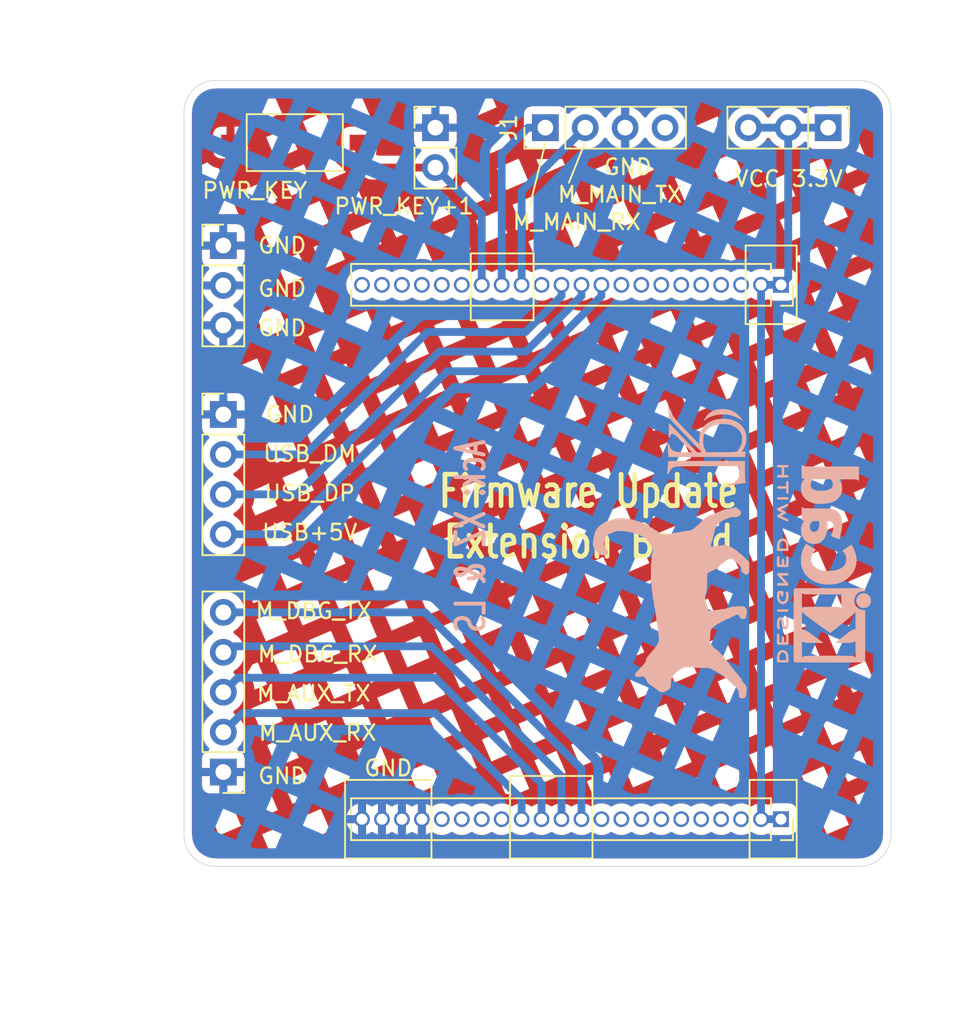
<source format=kicad_pcb>
(kicad_pcb (version 20191123) (host pcbnew "5.99.0-unknown-a5c7d45~86~ubuntu18.04.1")
  (layers (0 "F.Cu" signal) (31 "B.Cu" signal) (34 "B.Paste" user) (35 "F.Paste" user) (36 "B.SilkS" user) (37 "F.SilkS" user) (38 "B.Mask" user) (39 "F.Mask" user) (44 "Edge.Cuts" user))
  (net 0 "")
  (net 1 "GND")
  (net 2 "/M_MAIN_UART_Tx")
  (net 3 "/M_MAIN_UART_Rx")
  (net 4 "/GPIO_L4")
  (net 5 "/GPIO_L3")
  (net 6 "/M_AP_READY")
  (net 7 "/M_VDD_OUT")
  (net 8 "/PSM_EINT")
  (net 9 "/M_RESET")
  (net 10 "/M_PWRKEY")
  (net 11 "/M_ADC")
  (net 12 "/M_USB_DM")
  (net 13 "/M_USB_DP")
  (net 14 "/M_USB_VBUS")
  (net 15 "/GPIO_L2")
  (net 16 "/B_SPI_CS-I2S_CS")
  (net 17 "/B_SPI_CLK-I2S_CLK")
  (net 18 "/B_SPI_MOSI-I2S_WA")
  (net 19 "/B_SPI_MISO-I2S_RXD")
  (net 20 "/PSM_IND")
  (net 21 "/GPIO_L1")
  (net 22 "+3V3")
  (net 23 "/GPIO_R3")
  (net 24 "/GPIO_R2")
  (net 25 "/M_RI")
  (net 26 "/M_NET_LED")
  (net 27 "/M_AUX_UART_Rx")
  (net 28 "/M_AUX_UART_Tx")
  (net 29 "/M_DBG_UART_Rx")
  (net 30 "/M_DBG_UART_TX")
  (net 31 "/M_SCL")
  (net 32 "/M_SDA")
  (net 33 "/GPIO_R1")
  (net 34 "/SIM_GND")
  (net 35 "/SIM_CLK")
  (net 36 "/SIM_IO")
  (net 37 "/SIM_RST")
  (net 38 "/V_SIM")
  (module "Connector_PinHeader_2.54mm:PinHeader_1x04_P2.54mm_Vertical" (layer "F.Cu") (at 102.5 116.25)
    (fp_text reference "J8" hide)
    (fp_text value "USB_CONN")
    (pad "4" thru_hole oval (at 0 7.62) (size 1.7 1.7) (drill 1) (layers *.Cu *.Mask) (net 14 "/M_USB_VBUS"))
    (pad "3" thru_hole oval (at 0 5.08) (size 1.7 1.7) (drill 1) (layers *.Cu *.Mask) (net 13 "/M_USB_DP"))
    (pad "2" thru_hole oval (at 0 2.54) (size 1.7 1.7) (drill 1) (layers *.Cu *.Mask) (net 12 "/M_USB_DM"))
    (pad "1" thru_hole rect (at 0 0) (size 1.7 1.7) (drill 1) (layers *.Cu *.Mask) (net 1 "GND"))
  )
  (module "Connector_PinHeader_2.54mm:PinHeader_1x04_P2.54mm_Vertical" (layer "F.Cu") (at 123 98 90)
    (fp_text reference "J1" (at 0 -2.33 90) (layer "F.SilkS"))
    (fp_text value "MAIN_UART_CONN")
    (pad "4" thru_hole oval (at 0 7.62 90) (size 1.7 1.7) (drill 1) (layers *.Cu *.Mask))
    (pad "3" thru_hole oval (at 0 5.08 90) (size 1.7 1.7) (drill 1) (layers *.Cu *.Mask) (net 1 "GND"))
    (pad "2" thru_hole oval (at 0 2.54 90) (size 1.7 1.7) (drill 1) (layers *.Cu *.Mask) (net 2 "/M_MAIN_UART_Tx"))
    (pad "1" thru_hole rect (at 0 0 90) (size 1.7 1.7) (drill 1) (layers *.Cu *.Mask) (net 3 "/M_MAIN_UART_Rx"))
  )
  (module "LTD_Customized:DY-Logo" (layer "B.Cu") (at 133.25 118.25 -90)
    (fp_text reference "G***" hide)
    (fp_text value "LOGO" hide)
  )
  (module "Symbol:KiCad-Logo2_5mm_SilkScreen" (layer "B.Cu") (at 140.75 125.75 90)
    (fp_text reference "REF**" hide)
    (fp_text value "KiCad-Logo2_5mm_SilkScreen" hide)
  )
  (module "LTD_Customized:Cat-Logo" (layer "B.Cu") (at 131 128.25 -90)
    (fp_text reference "G***" hide)
    (fp_text value "LOGO" hide)
  )
  (module "LTD_Customized:SMD_Switch" (layer "F.Cu") (at 107 99)
    (fp_text reference "SW1" hide)
    (fp_text value "PWR_KEY_TO_GND_BTN" hide)
    (pad "2" smd rect (at 4.14 -0.05) (size 1.2 1) (layers "F.Cu" "F.Paste" "F.Mask") (net 10 "/M_PWRKEY"))
    (pad "1" smd rect (at -4.04 -0.05) (size 1.2 1) (layers "F.Cu" "F.Paste" "F.Mask") (net 1 "GND"))
  )
  (module "Connector_PinHeader_2.54mm:PinHeader_1x05_P2.54mm_Vertical" (layer "F.Cu") (at 102.5 139 180)
    (fp_text reference "J7" hide)
    (fp_text value "DBG_UART_CONN")
    (pad "5" thru_hole oval (at 0 10.16 180) (size 1.7 1.7) (drill 1) (layers *.Cu *.Mask) (net 30 "/M_DBG_UART_TX"))
    (pad "4" thru_hole oval (at 0 7.62 180) (size 1.7 1.7) (drill 1) (layers *.Cu *.Mask) (net 29 "/M_DBG_UART_Rx"))
    (pad "3" thru_hole oval (at 0 5.08 180) (size 1.7 1.7) (drill 1) (layers *.Cu *.Mask) (net 28 "/M_AUX_UART_Tx"))
    (pad "2" thru_hole oval (at 0 2.54 180) (size 1.7 1.7) (drill 1) (layers *.Cu *.Mask) (net 27 "/M_AUX_UART_Rx"))
    (pad "1" thru_hole rect (at 0 0 180) (size 1.7 1.7) (drill 1) (layers *.Cu *.Mask) (net 1 "GND"))
  )
  (module "Connector_PinHeader_2.54mm:PinHeader_1x03_P2.54mm_Vertical" (layer "F.Cu") (at 102.5 105.5)
    (fp_text reference "J6" hide)
    (fp_text value "GND_CONN")
    (pad "3" thru_hole oval (at 0 5.08) (size 1.7 1.7) (drill 1) (layers *.Cu *.Mask) (net 1 "GND"))
    (pad "2" thru_hole oval (at 0 2.54) (size 1.7 1.7) (drill 1) (layers *.Cu *.Mask) (net 1 "GND"))
    (pad "1" thru_hole rect (at 0 0) (size 1.7 1.7) (drill 1) (layers *.Cu *.Mask) (net 1 "GND"))
  )
  (module "Connector_PinHeader_2.54mm:PinHeader_1x03_P2.54mm_Vertical" (layer "F.Cu") (at 141 98 -90)
    (fp_text reference "J5" hide)
    (fp_text value "VCC_CONN")
    (pad "3" thru_hole oval (at 0 5.08 270) (size 1.7 1.7) (drill 1) (layers *.Cu *.Mask) (net 22 "+3V3"))
    (pad "2" thru_hole oval (at 0 2.54 270) (size 1.7 1.7) (drill 1) (layers *.Cu *.Mask) (net 22 "+3V3"))
    (pad "1" thru_hole rect (at 0 0 270) (size 1.7 1.7) (drill 1) (layers *.Cu *.Mask) (net 22 "+3V3"))
  )
  (module "Connector_PinHeader_2.54mm:PinHeader_1x02_P2.54mm_Vertical" (layer "F.Cu") (at 116 98)
    (fp_text reference "J4" hide)
    (fp_text value "PWR_KEY_TO_GND_CONN")
    (pad "2" thru_hole oval (at 0 2.54) (size 1.7 1.7) (drill 1) (layers *.Cu *.Mask) (net 10 "/M_PWRKEY"))
    (pad "1" thru_hole rect (at 0 0) (size 1.7 1.7) (drill 1) (layers *.Cu *.Mask) (net 1 "GND"))
  )
  (module "Connector_PinSocket_1.27mm:PinSocket_1x22_P1.27mm_Vertical" (layer "F.Cu") (at 138 142 -90)
    (fp_text reference "J3" hide)
    (fp_text value "Right_Conn")
    (pad "22" thru_hole oval (at 0 26.67 270) (size 1 1) (drill 0.7) (layers *.Cu *.Mask) (net 1 "GND"))
    (pad "21" thru_hole oval (at 0 25.4 270) (size 1 1) (drill 0.7) (layers *.Cu *.Mask) (net 1 "GND"))
    (pad "20" thru_hole oval (at 0 24.13 270) (size 1 1) (drill 0.7) (layers *.Cu *.Mask) (net 1 "GND"))
    (pad "19" thru_hole oval (at 0 22.86 270) (size 1 1) (drill 0.7) (layers *.Cu *.Mask) (net 1 "GND"))
    (pad "18" thru_hole oval (at 0 21.59 270) (size 1 1) (drill 0.7) (layers *.Cu *.Mask) (net 23 "/GPIO_R3"))
    (pad "17" thru_hole oval (at 0 20.32 270) (size 1 1) (drill 0.7) (layers *.Cu *.Mask) (net 24 "/GPIO_R2"))
    (pad "16" thru_hole oval (at 0 19.05 270) (size 1 1) (drill 0.7) (layers *.Cu *.Mask) (net 25 "/M_RI"))
    (pad "15" thru_hole oval (at 0 17.78 270) (size 1 1) (drill 0.7) (layers *.Cu *.Mask) (net 26 "/M_NET_LED"))
    (pad "14" thru_hole oval (at 0 16.51 270) (size 1 1) (drill 0.7) (layers *.Cu *.Mask) (net 27 "/M_AUX_UART_Rx"))
    (pad "13" thru_hole oval (at 0 15.24 270) (size 1 1) (drill 0.7) (layers *.Cu *.Mask) (net 28 "/M_AUX_UART_Tx"))
    (pad "12" thru_hole oval (at 0 13.97 270) (size 1 1) (drill 0.7) (layers *.Cu *.Mask) (net 29 "/M_DBG_UART_Rx"))
    (pad "11" thru_hole oval (at 0 12.7 270) (size 1 1) (drill 0.7) (layers *.Cu *.Mask) (net 30 "/M_DBG_UART_TX"))
    (pad "10" thru_hole oval (at 0 11.43 270) (size 1 1) (drill 0.7) (layers *.Cu *.Mask) (net 31 "/M_SCL"))
    (pad "9" thru_hole oval (at 0 10.16 270) (size 1 1) (drill 0.7) (layers *.Cu *.Mask) (net 32 "/M_SDA"))
    (pad "8" thru_hole oval (at 0 8.89 270) (size 1 1) (drill 0.7) (layers *.Cu *.Mask) (net 33 "/GPIO_R1"))
    (pad "7" thru_hole oval (at 0 7.62 270) (size 1 1) (drill 0.7) (layers *.Cu *.Mask) (net 34 "/SIM_GND"))
    (pad "6" thru_hole oval (at 0 6.35 270) (size 1 1) (drill 0.7) (layers *.Cu *.Mask) (net 35 "/SIM_CLK"))
    (pad "5" thru_hole oval (at 0 5.08 270) (size 1 1) (drill 0.7) (layers *.Cu *.Mask) (net 36 "/SIM_IO"))
    (pad "4" thru_hole oval (at 0 3.81 270) (size 1 1) (drill 0.7) (layers *.Cu *.Mask) (net 37 "/SIM_RST"))
    (pad "3" thru_hole oval (at 0 2.54 270) (size 1 1) (drill 0.7) (layers *.Cu *.Mask) (net 38 "/V_SIM"))
    (pad "2" thru_hole oval (at 0 1.27 270) (size 1 1) (drill 0.7) (layers *.Cu *.Mask) (net 22 "+3V3"))
    (pad "1" thru_hole rect (at 0 0 270) (size 1 1) (drill 0.7) (layers *.Cu *.Mask) (net 22 "+3V3"))
  )
  (module "Connector_PinSocket_1.27mm:PinSocket_1x22_P1.27mm_Vertical" (layer "F.Cu") (at 138 108 -90)
    (fp_text reference "J2" hide)
    (fp_text value "Left_Conn")
    (pad "22" thru_hole oval (at 0 26.67 270) (size 1 1) (drill 0.7) (layers *.Cu *.Mask) (net 4 "/GPIO_L4"))
    (pad "21" thru_hole oval (at 0 25.4 270) (size 1 1) (drill 0.7) (layers *.Cu *.Mask) (net 5 "/GPIO_L3"))
    (pad "20" thru_hole oval (at 0 24.13 270) (size 1 1) (drill 0.7) (layers *.Cu *.Mask) (net 6 "/M_AP_READY"))
    (pad "19" thru_hole oval (at 0 22.86 270) (size 1 1) (drill 0.7) (layers *.Cu *.Mask) (net 7 "/M_VDD_OUT"))
    (pad "18" thru_hole oval (at 0 21.59 270) (size 1 1) (drill 0.7) (layers *.Cu *.Mask) (net 8 "/PSM_EINT"))
    (pad "17" thru_hole oval (at 0 20.32 270) (size 1 1) (drill 0.7) (layers *.Cu *.Mask) (net 9 "/M_RESET"))
    (pad "16" thru_hole oval (at 0 19.05 270) (size 1 1) (drill 0.7) (layers *.Cu *.Mask) (net 10 "/M_PWRKEY"))
    (pad "15" thru_hole oval (at 0 17.78 270) (size 1 1) (drill 0.7) (layers *.Cu *.Mask) (net 3 "/M_MAIN_UART_Rx"))
    (pad "14" thru_hole oval (at 0 16.51 270) (size 1 1) (drill 0.7) (layers *.Cu *.Mask) (net 2 "/M_MAIN_UART_Tx"))
    (pad "13" thru_hole oval (at 0 15.24 270) (size 1 1) (drill 0.7) (layers *.Cu *.Mask) (net 11 "/M_ADC"))
    (pad "12" thru_hole oval (at 0 13.97 270) (size 1 1) (drill 0.7) (layers *.Cu *.Mask) (net 12 "/M_USB_DM"))
    (pad "11" thru_hole oval (at 0 12.7 270) (size 1 1) (drill 0.7) (layers *.Cu *.Mask) (net 13 "/M_USB_DP"))
    (pad "10" thru_hole oval (at 0 11.43 270) (size 1 1) (drill 0.7) (layers *.Cu *.Mask) (net 14 "/M_USB_VBUS"))
    (pad "9" thru_hole oval (at 0 10.16 270) (size 1 1) (drill 0.7) (layers *.Cu *.Mask) (net 15 "/GPIO_L2"))
    (pad "8" thru_hole oval (at 0 8.89 270) (size 1 1) (drill 0.7) (layers *.Cu *.Mask) (net 16 "/B_SPI_CS-I2S_CS"))
    (pad "7" thru_hole oval (at 0 7.62 270) (size 1 1) (drill 0.7) (layers *.Cu *.Mask) (net 17 "/B_SPI_CLK-I2S_CLK"))
    (pad "6" thru_hole oval (at 0 6.35 270) (size 1 1) (drill 0.7) (layers *.Cu *.Mask) (net 18 "/B_SPI_MOSI-I2S_WA"))
    (pad "5" thru_hole oval (at 0 5.08 270) (size 1 1) (drill 0.7) (layers *.Cu *.Mask) (net 19 "/B_SPI_MISO-I2S_RXD"))
    (pad "4" thru_hole oval (at 0 3.81 270) (size 1 1) (drill 0.7) (layers *.Cu *.Mask) (net 20 "/PSM_IND"))
    (pad "3" thru_hole oval (at 0 2.54 270) (size 1 1) (drill 0.7) (layers *.Cu *.Mask) (net 21 "/GPIO_L1"))
    (pad "2" thru_hole oval (at 0 1.27 270) (size 1 1) (drill 0.7) (layers *.Cu *.Mask) (net 22 "+3V3"))
    (pad "1" thru_hole rect (at 0 0 270) (size 1 1) (drill 0.7) (layers *.Cu *.Mask) (net 22 "+3V3"))
  )
  (gr_text "GND" (at 106.75 116.25) (layer "F.SilkS") (effects (font (size 1 1))))
  (gr_text "USB_DM" (at 108 118.75) (layer "F.SilkS") (effects (font (size 1 1))))
  (gr_text "USB_DP" (at 108 121.25) (layer "F.SilkS") (effects (font (size 1 1))))
  (gr_text "USB+5V" (at 108 123.75) (layer "F.SilkS") (effects (font (size 1 1))))
  (gr_text "Ack: XZ & LS\n" (at 118.25 124 90) (layer "B.SilkS") (effects (font (size 1.8 1.2) (thickness 0.25)) (justify mirror)))
  (gr_line (start 125.5 99) (end 124.5 101.5) (layer "F.SilkS") (width 0.12))
  (gr_line (start 123 99) (end 122 103) (layer "F.SilkS") (width 0.12))
  (gr_text "M_AUX_RX" (at 108.5 136.5) (layer "F.SilkS") (effects (font (size 1 1))))
  (gr_text "M_AUX_TX" (at 108.25 134) (layer "F.SilkS") (effects (font (size 1 1))))
  (gr_text "M_DBG_RX" (at 108.5 131.5) (layer "F.SilkS") (effects (font (size 1 1))))
  (gr_line (start 115.75 139.5) (end 110.25 139.5) (layer "F.SilkS") (width 0.12))
  (gr_line (start 115.75 144.5) (end 115.75 139.5) (layer "F.SilkS") (width 0.12))
  (gr_line (start 110.25 144.5) (end 115.75 144.5) (layer "F.SilkS") (width 0.12))
  (gr_line (start 110.25 139.5) (end 110.25 144.5) (layer "F.SilkS") (width 0.12))
  (gr_line (start 126 139.25) (end 120.75 139.25) (layer "F.SilkS") (width 0.12))
  (gr_line (start 126 144.5) (end 126 139.25) (layer "F.SilkS") (width 0.12))
  (gr_line (start 120.75 144.5) (end 126 144.5) (layer "F.SilkS") (width 0.12))
  (gr_line (start 120.75 139.25) (end 120.75 144.5) (layer "F.SilkS") (width 0.12))
  (gr_line (start 139 139.5) (end 136 139.5) (layer "F.SilkS") (width 0.12))
  (gr_line (start 139 144.5) (end 139 139.5) (layer "F.SilkS") (width 0.12))
  (gr_line (start 136 144.5) (end 139 144.5) (layer "F.SilkS") (width 0.12))
  (gr_line (start 136 139.5) (end 136 144.5) (layer "F.SilkS") (width 0.12))
  (gr_line (start 139 110.5) (end 139 105.5) (layer "F.SilkS") (width 0.12))
  (gr_line (start 135.75 110.5) (end 139 110.5) (layer "F.SilkS") (width 0.12))
  (gr_line (start 135.75 105.5) (end 135.75 110.5) (layer "F.SilkS") (width 0.12))
  (gr_line (start 139 105.5) (end 135.75 105.5) (layer "F.SilkS") (width 0.12))
  (gr_line (start 122.25 106) (end 118.25 106) (layer "F.SilkS") (width 0.12))
  (gr_line (start 122.25 110.25) (end 122.25 106) (layer "F.SilkS") (width 0.12))
  (gr_line (start 118.25 110.25) (end 122.25 110.25) (layer "F.SilkS") (width 0.12))
  (gr_line (start 118.25 106) (end 118.25 110.25) (layer "F.SilkS") (width 0.12))
  (gr_text "GND" (at 113 138.75) (layer "F.SilkS") (effects (font (size 1 1))))
  (gr_text "GND" (at 106.25 139.25) (layer "F.SilkS") (effects (font (size 1 1))))
  (gr_text "GND" (at 106.25 110.75) (layer "F.SilkS") (effects (font (size 1 1))))
  (gr_text "GND" (at 106.25 105.5) (layer "F.SilkS") (effects (font (size 1 1))))
  (gr_text "GND" (at 106.25 108.25) (layer "F.SilkS") (effects (font (size 1 1))))
  (gr_text "M_DBG_TX" (at 108.25 128.75) (layer "F.SilkS") (effects (font (size 1 1))))
  (gr_text "VCC 3.3V" (at 138.5 101.25) (layer "F.SilkS") (effects (font (size 1 1))))
  (gr_text "PWR_KEY+1" (at 114 103) (layer "F.SilkS") (effects (font (size 1 1))))
  (gr_text "PWR_KEY" (at 104.5 102) (layer "F.SilkS") (effects (font (size 1 1))))
  (gr_text "GND" (at 128.25 100.5) (layer "F.SilkS") (effects (font (size 1 1))))
  (gr_text "M_MAIN_TX" (at 127.75 102.25) (layer "F.SilkS") (effects (font (size 1 1))))
  (gr_text "M_MAIN_RX" (at 125 104) (layer "F.SilkS") (effects (font (size 1 1))))
  (gr_arc (start 143 97) (end 145 97) (angle -90) (layer "Edge.Cuts") (width 0.05))
  (gr_arc (start 143 143) (end 143 145) (angle -90) (layer "Edge.Cuts") (width 0.05))
  (gr_arc (start 102 143) (end 100 143) (angle -90) (layer "Edge.Cuts") (width 0.05))
  (gr_arc (start 102 97) (end 102 95) (angle -90) (layer "Edge.Cuts") (width 0.05))
  (gr_line (start 143 95) (end 102 95) (layer "Edge.Cuts") (width 0.05))
  (gr_line (start 145 143) (end 145 97) (layer "Edge.Cuts") (width 0.05))
  (gr_line (start 102 145) (end 143 145) (layer "Edge.Cuts") (width 0.05))
  (gr_line (start 100 97) (end 100 143) (layer "Edge.Cuts") (width 0.05))
  (gr_text "Firmware Update\nExtension Board" (at 125.75 122.75) (layer "F.SilkS") (effects (font (size 2 1.5) (thickness 0.3))))
  (segment (start 121.49 140.74) (end 116 135.25) (width 0.5) (layer "B.Cu") (net 27))
  (segment (start 116 135.25) (end 103.71 135.25) (width 0.5) (layer "B.Cu") (net 27))
  (segment (start 121.49 142) (end 121.49 140.74) (width 0.5) (layer "B.Cu") (net 27))
  (segment (start 103.71 135.25) (end 102.5 136.46) (width 0.5) (layer "B.Cu") (net 27))
  (segment (start 102.5 136.46) (end 102.75 136.46) (width 0.5) (layer "B.Cu") (net 27))
  (segment (start 122.76 139.76) (end 116 133) (width 0.5) (layer "B.Cu") (net 28))
  (segment (start 103.42 133) (end 102.5 133.92) (width 0.5) (layer "B.Cu") (net 28))
  (segment (start 122.76 142) (end 122.76 139.76) (width 0.5) (layer "B.Cu") (net 28))
  (segment (start 116 133) (end 103.42 133) (width 0.5) (layer "B.Cu") (net 28))
  (segment (start 102.5 133.92) (end 102.75 133.92) (width 0.5) (layer "B.Cu") (net 28))
  (segment (start 124.03 139.28) (end 115.75 131) (width 0.5) (layer "B.Cu") (net 29))
  (segment (start 124.03 142) (end 124.03 139.28) (width 0.5) (layer "B.Cu") (net 29))
  (segment (start 115.75 131) (end 102.88 131) (width 0.5) (layer "B.Cu") (net 29))
  (segment (start 102.88 131) (end 102.5 131.38) (width 0.5) (layer "B.Cu") (net 29))
  (segment (start 102.5 131.38) (end 102.75 131.38) (width 0.5) (layer "B.Cu") (net 29))
  (segment (start 115.34 128.84) (end 125.3 138.8) (width 0.5) (layer "B.Cu") (net 30))
  (segment (start 102.5 128.84) (end 115.34 128.84) (width 0.5) (layer "B.Cu") (net 30))
  (segment (start 125.3 138.8) (end 125.3 142) (width 0.5) (layer "B.Cu") (net 30))
  (segment (start 106.38 123.87) (end 116.75 113.5) (width 0.5) (layer "B.Cu") (net 14))
  (segment (start 102.5 123.87) (end 106.38 123.87) (width 0.5) (layer "B.Cu") (net 14))
  (segment (start 116.75 113.5) (end 121.777106 113.5) (width 0.5) (layer "B.Cu") (net 14))
  (segment (start 121.777106 113.5) (end 126.57 108.707106) (width 0.5) (layer "B.Cu") (net 14))
  (segment (start 126.57 108.707106) (end 126.57 108) (width 0.5) (layer "B.Cu") (net 14))
  (segment (start 125.3 108.707106) (end 121.757106 112.25) (width 0.5) (layer "B.Cu") (net 13))
  (segment (start 121.757106 112.25) (end 116.25 112.25) (width 0.5) (layer "B.Cu") (net 13))
  (segment (start 125.3 108) (end 125.3 108.707106) (width 0.5) (layer "B.Cu") (net 13))
  (segment (start 116.25 112.25) (end 107.17 121.33) (width 0.5) (layer "B.Cu") (net 13))
  (segment (start 107.17 121.33) (end 102.5 121.33) (width 0.5) (layer "B.Cu") (net 13))
  (segment (start 107.71 118.79) (end 115.5 111) (width 0.5) (layer "B.Cu") (net 12))
  (segment (start 102.5 118.79) (end 107.71 118.79) (width 0.5) (layer "B.Cu") (net 12))
  (segment (start 121.737106 111) (end 124.03 108.707106) (width 0.5) (layer "B.Cu") (net 12))
  (segment (start 115.5 111) (end 121.737106 111) (width 0.5) (layer "B.Cu") (net 12))
  (segment (start 124.03 108.707106) (end 124.03 108) (width 0.5) (layer "B.Cu") (net 12))
  (segment (start 135.92 98) (end 138.46 98) (width 0.5) (layer "B.Cu") (net 22))
  (segment (start 141 98) (end 138.46 98) (width 0.5) (layer "B.Cu") (net 22))
  (segment (start 138.46 107.54) (end 138 108) (width 0.5) (layer "B.Cu") (net 22))
  (segment (start 138.46 98) (end 138.46 107.54) (width 0.5) (layer "B.Cu") (net 22))
  (segment (start 118.95 103.49) (end 116 100.54) (width 0.5) (layer "B.Cu") (net 10))
  (segment (start 118.95 108) (end 118.95 103.49) (width 0.5) (layer "B.Cu") (net 10))
  (segment (start 111.14 99.7) (end 111.14 98.95) (width 0.5) (layer "F.Cu") (net 10))
  (segment (start 116 100.54) (end 111.98 100.54) (width 0.5) (layer "F.Cu") (net 10))
  (segment (start 111.98 100.54) (end 111.14 99.7) (width 0.5) (layer "F.Cu") (net 10))
  (segment (start 121.9 98) (end 120.22 99.68) (width 0.5) (layer "B.Cu") (net 3))
  (segment (start 123 98) (end 121.9 98) (width 0.5) (layer "B.Cu") (net 3))
  (segment (start 125.54 98) (end 121.49 102.05) (width 0.5) (layer "B.Cu") (net 2))
  (segment (start 120.22 107.292894) (end 120.22 108) (width 0.5) (layer "B.Cu") (net 3))
  (segment (start 120.22 99.68) (end 120.22 107.292894) (width 0.5) (layer "B.Cu") (net 3))
  (segment (start 121.49 102.05) (end 121.49 108) (width 0.5) (layer "B.Cu") (net 2))
  (segment (start 136.73 108) (end 138 108) (width 0.5) (layer "B.Cu") (net 22))
  (segment (start 136.73 108) (end 136.73 142) (width 0.5) (layer "B.Cu") (net 22))
  (segment (start 136.73 142) (end 138 142) (width 0.5) (layer "B.Cu") (net 22))
  (zone (net 1) (net_name "GND") (layer "F.Cu") (connect_pads (clearance 0.508)) (min_thickness 0.254) (fill yes (mode hatch) (thermal_gap 0.508) (thermal_bridge_width 0.508) (hatch_thickness 1.016) (hatch_gap 1.524) (hatch_orientation 23.3) (hatch_smoothing_level 1) (hatch_smoothing_value 0))
    (polygon (pts (xy 145 145) (xy 100 145) (xy 100 95) (xy 145 95)))
  )
  (zone (net 1) (net_name "GND") (layer "B.Cu") (connect_pads (clearance 0.508)) (min_thickness 0.254) (fill yes (mode hatch) (thermal_gap 0.508) (thermal_bridge_width 0.508) (hatch_thickness 1.016) (hatch_gap 1.524) (hatch_orientation 66.7))
    (polygon (pts (xy 145 145) (xy 100 145) (xy 100 95) (xy 145 95)))
  )
)
</source>
